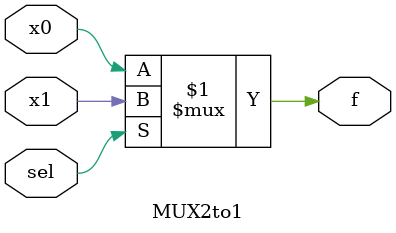
<source format=v>
module MUX2to1 (
  x0, x1, sel, f
);
input x0, x1, sel;
output f;

assign f = sel ? x1 : x0;  

endmodule
</source>
